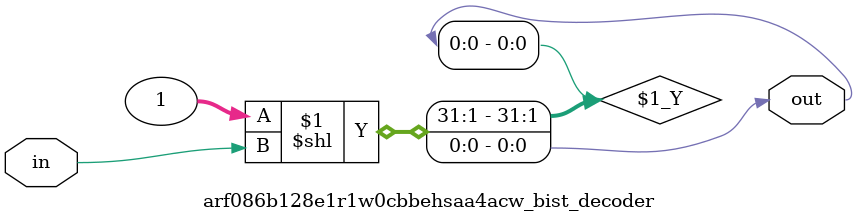
<source format=sv>

`ifndef ARF086B128E1R1W0CBBEHSAA4ACW_BIST_DECODER_SV
`define ARF086B128E1R1W0CBBEHSAA4ACW_BIST_DECODER_SV

module arf086b128e1r1w0cbbehsaa4acw_bist_decoder # (
  parameter IN_WIDTH  = 1,
  parameter OUT_WIDTH = 1
)
(
  input  logic [IN_WIDTH-1:0]  in,
  output logic [OUT_WIDTH-1:0] out
);
  
  assign out = 'b1 << in;

endmodule // arf086b128e1r1w0cbbehsaa4acw_bist_decoder

`endif // ARF086B128E1R1W0CBBEHSAA4ACW_BIST_DECODER_SV
</source>
